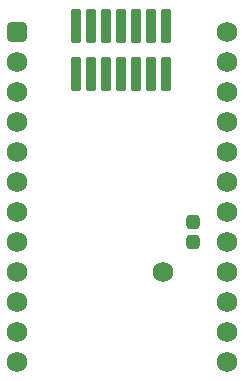
<source format=gts>
G04*
G04 #@! TF.GenerationSoftware,Altium Limited,Altium Designer,20.1.11 (218)*
G04*
G04 Layer_Color=8388736*
%FSAX25Y25*%
%MOIN*%
G70*
G04*
G04 #@! TF.SameCoordinates,33997834-81F2-4769-9C1A-FA938185F8BD*
G04*
G04*
G04 #@! TF.FilePolarity,Negative*
G04*
G01*
G75*
G04:AMPARAMS|DCode=15|XSize=35.04mil|YSize=115.75mil|CornerRadius=10.24mil|HoleSize=0mil|Usage=FLASHONLY|Rotation=180.000|XOffset=0mil|YOffset=0mil|HoleType=Round|Shape=RoundedRectangle|*
%AMROUNDEDRECTD15*
21,1,0.03504,0.09528,0,0,180.0*
21,1,0.01457,0.11575,0,0,180.0*
1,1,0.02047,-0.00728,0.04764*
1,1,0.02047,0.00728,0.04764*
1,1,0.02047,0.00728,-0.04764*
1,1,0.02047,-0.00728,-0.04764*
%
%ADD15ROUNDEDRECTD15*%
G04:AMPARAMS|DCode=16|XSize=35.41mil|YSize=115.75mil|CornerRadius=10.33mil|HoleSize=0mil|Usage=FLASHONLY|Rotation=180.000|XOffset=0mil|YOffset=0mil|HoleType=Round|Shape=RoundedRectangle|*
%AMROUNDEDRECTD16*
21,1,0.03541,0.09509,0,0,180.0*
21,1,0.01475,0.11575,0,0,180.0*
1,1,0.02066,-0.00738,0.04755*
1,1,0.02066,0.00738,0.04755*
1,1,0.02066,0.00738,-0.04755*
1,1,0.02066,-0.00738,-0.04755*
%
%ADD16ROUNDEDRECTD16*%
G04:AMPARAMS|DCode=17|XSize=44.91mil|YSize=48.91mil|CornerRadius=12.7mil|HoleSize=0mil|Usage=FLASHONLY|Rotation=180.000|XOffset=0mil|YOffset=0mil|HoleType=Round|Shape=RoundedRectangle|*
%AMROUNDEDRECTD17*
21,1,0.04491,0.02350,0,0,180.0*
21,1,0.01950,0.04891,0,0,180.0*
1,1,0.02541,-0.00975,0.01175*
1,1,0.02541,0.00975,0.01175*
1,1,0.02541,0.00975,-0.01175*
1,1,0.02541,-0.00975,-0.01175*
%
%ADD17ROUNDEDRECTD17*%
%ADD18C,0.06890*%
G04:AMPARAMS|DCode=19|XSize=68.9mil|YSize=68.9mil|CornerRadius=18.7mil|HoleSize=0mil|Usage=FLASHONLY|Rotation=0.000|XOffset=0mil|YOffset=0mil|HoleType=Round|Shape=RoundedRectangle|*
%AMROUNDEDRECTD19*
21,1,0.06890,0.03150,0,0,0.0*
21,1,0.03150,0.06890,0,0,0.0*
1,1,0.03740,0.01575,-0.01575*
1,1,0.03740,-0.01575,-0.01575*
1,1,0.03740,-0.01575,0.01575*
1,1,0.03740,0.01575,0.01575*
%
%ADD19ROUNDEDRECTD19*%
D15*
X0059700Y0126900D02*
D03*
X0054700D02*
D03*
X0049700D02*
D03*
X0059700Y0110900D02*
D03*
X0054700D02*
D03*
X0049700D02*
D03*
X0044700Y0126900D02*
D03*
X0039700D02*
D03*
X0044700Y0110900D02*
D03*
X0039700D02*
D03*
D16*
X0034700Y0126900D02*
D03*
X0029700D02*
D03*
X0034700Y0110900D02*
D03*
X0029700D02*
D03*
D17*
X0068500Y0054953D02*
D03*
Y0061646D02*
D03*
D18*
X0058500Y0044900D02*
D03*
X0010004Y0115020D02*
D03*
Y0105020D02*
D03*
Y0095020D02*
D03*
Y0085020D02*
D03*
Y0075020D02*
D03*
Y0065020D02*
D03*
Y0055020D02*
D03*
Y0045020D02*
D03*
Y0035020D02*
D03*
Y0025020D02*
D03*
Y0015020D02*
D03*
X0080004D02*
D03*
Y0025020D02*
D03*
Y0035020D02*
D03*
Y0045020D02*
D03*
Y0055020D02*
D03*
Y0065020D02*
D03*
Y0075020D02*
D03*
Y0085020D02*
D03*
Y0095020D02*
D03*
Y0105020D02*
D03*
Y0115020D02*
D03*
Y0125020D02*
D03*
D19*
X0010004D02*
D03*
M02*

</source>
